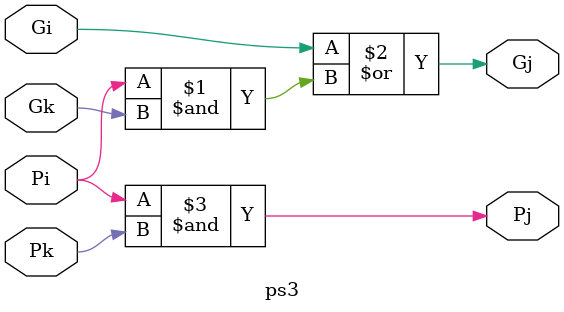
<source format=v>
`timescale 1ns / 1ps


module ps3(
	input Gi,
	input Pi,
	input Gk,
	input Pk,
	output Gj,
	output Pj
    );
	 
assign Gj=Gi|(Pi&Gk);		
assign Pj=Pi&Pk;		

endmodule

</source>
